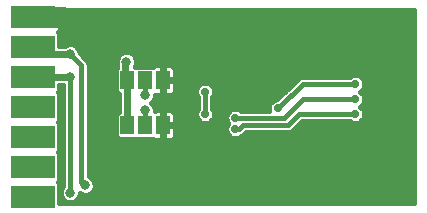
<source format=gbl>
G75*
%MOIN*%
%OFA0B0*%
%FSLAX25Y25*%
%IPPOS*%
%LPD*%
%AMOC8*
5,1,8,0,0,1.08239X$1,22.5*
%
%ADD10R,0.04600X0.06300*%
%ADD11R,0.15000X0.07600*%
%ADD12C,0.01600*%
%ADD13C,0.03175*%
%ADD14C,0.01000*%
%ADD15C,0.07000*%
%ADD16C,0.02400*%
%ADD17C,0.02781*%
D10*
X0052000Y0030550D03*
X0058000Y0030550D03*
X0064000Y0030550D03*
X0064000Y0045550D03*
X0058000Y0045550D03*
X0052000Y0045550D03*
D11*
X0020500Y0006800D03*
X0020500Y0016800D03*
X0020500Y0026800D03*
X0020500Y0036800D03*
X0020500Y0046800D03*
X0020500Y0056800D03*
X0020500Y0066800D03*
D12*
X0021300Y0067339D02*
X0147700Y0067339D01*
X0147700Y0068937D02*
X0029800Y0068937D01*
X0029800Y0069000D02*
X0147700Y0069000D01*
X0147700Y0004600D01*
X0029400Y0004600D01*
X0029400Y0011180D01*
X0028780Y0011800D01*
X0029400Y0012420D01*
X0029400Y0021180D01*
X0028780Y0021800D01*
X0029400Y0022420D01*
X0029400Y0031180D01*
X0028780Y0031800D01*
X0029400Y0032420D01*
X0029400Y0041180D01*
X0028780Y0041800D01*
X0029400Y0042420D01*
X0029400Y0044000D01*
X0030600Y0044000D01*
X0030600Y0010158D01*
X0030298Y0009856D01*
X0029813Y0008684D01*
X0029813Y0007416D01*
X0030298Y0006244D01*
X0031194Y0005348D01*
X0032366Y0004863D01*
X0033634Y0004863D01*
X0034806Y0005348D01*
X0035702Y0006244D01*
X0036187Y0007416D01*
X0036187Y0007855D01*
X0036194Y0007848D01*
X0037366Y0007363D01*
X0038634Y0007363D01*
X0039806Y0007848D01*
X0040702Y0008744D01*
X0041187Y0009916D01*
X0041187Y0011184D01*
X0040702Y0012356D01*
X0039806Y0013252D01*
X0039150Y0013524D01*
X0039150Y0051027D01*
X0038785Y0051909D01*
X0038109Y0052585D01*
X0036187Y0054507D01*
X0036187Y0054934D01*
X0035702Y0056106D01*
X0034806Y0057002D01*
X0033634Y0057487D01*
X0032366Y0057487D01*
X0031431Y0057100D01*
X0029400Y0057100D01*
X0029400Y0061180D01*
X0029051Y0061529D01*
X0029105Y0061560D01*
X0029440Y0061895D01*
X0029677Y0062305D01*
X0029800Y0062763D01*
X0029800Y0066000D01*
X0021300Y0066000D01*
X0021300Y0067600D01*
X0029800Y0067600D01*
X0029800Y0069000D01*
X0029800Y0065740D02*
X0147700Y0065740D01*
X0147700Y0064142D02*
X0029800Y0064142D01*
X0029741Y0062543D02*
X0147700Y0062543D01*
X0147700Y0060945D02*
X0029400Y0060945D01*
X0029400Y0059346D02*
X0147700Y0059346D01*
X0147700Y0057748D02*
X0029400Y0057748D01*
X0035658Y0056149D02*
X0147700Y0056149D01*
X0147700Y0054551D02*
X0053438Y0054551D01*
X0053556Y0054502D02*
X0052384Y0054987D01*
X0051116Y0054987D01*
X0049944Y0054502D01*
X0049048Y0053606D01*
X0048563Y0052434D01*
X0048563Y0051992D01*
X0048546Y0051953D01*
X0048546Y0049526D01*
X0048300Y0049280D01*
X0048300Y0041820D01*
X0049120Y0041000D01*
X0049200Y0041000D01*
X0049200Y0035100D01*
X0049120Y0035100D01*
X0048300Y0034280D01*
X0048300Y0026820D01*
X0049120Y0026000D01*
X0054880Y0026000D01*
X0055000Y0026120D01*
X0055120Y0026000D01*
X0060554Y0026000D01*
X0060595Y0025960D01*
X0061005Y0025723D01*
X0061463Y0025600D01*
X0063650Y0025600D01*
X0063650Y0030200D01*
X0064350Y0030200D01*
X0064350Y0030900D01*
X0063650Y0030900D01*
X0063650Y0035500D01*
X0061463Y0035500D01*
X0061187Y0035426D01*
X0061187Y0036184D01*
X0060702Y0037356D01*
X0060008Y0038050D01*
X0060702Y0038744D01*
X0061187Y0039916D01*
X0061187Y0040674D01*
X0061463Y0040600D01*
X0063650Y0040600D01*
X0063650Y0045200D01*
X0064350Y0045200D01*
X0064350Y0045900D01*
X0063650Y0045900D01*
X0063650Y0050500D01*
X0061463Y0050500D01*
X0061005Y0050377D01*
X0060595Y0050140D01*
X0060554Y0050100D01*
X0055120Y0050100D01*
X0055000Y0049980D01*
X0054880Y0050100D01*
X0054496Y0050100D01*
X0054937Y0051166D01*
X0054937Y0052434D01*
X0054452Y0053606D01*
X0053556Y0054502D01*
X0054723Y0052952D02*
X0147700Y0052952D01*
X0147700Y0051354D02*
X0054937Y0051354D01*
X0048777Y0052952D02*
X0037742Y0052952D01*
X0039015Y0051354D02*
X0048546Y0051354D01*
X0048546Y0049755D02*
X0039150Y0049755D01*
X0036750Y0050550D02*
X0036750Y0011800D01*
X0038000Y0010550D01*
X0041102Y0011391D02*
X0147700Y0011391D01*
X0147700Y0009793D02*
X0041136Y0009793D01*
X0040152Y0008194D02*
X0147700Y0008194D01*
X0147700Y0006596D02*
X0035848Y0006596D01*
X0033959Y0004997D02*
X0147700Y0004997D01*
X0147700Y0012990D02*
X0040068Y0012990D01*
X0039150Y0014588D02*
X0147700Y0014588D01*
X0147700Y0016187D02*
X0039150Y0016187D01*
X0039150Y0017785D02*
X0147700Y0017785D01*
X0147700Y0019384D02*
X0039150Y0019384D01*
X0039150Y0020982D02*
X0147700Y0020982D01*
X0147700Y0022581D02*
X0039150Y0022581D01*
X0039150Y0024179D02*
X0147700Y0024179D01*
X0147700Y0025778D02*
X0067090Y0025778D01*
X0066995Y0025723D02*
X0067405Y0025960D01*
X0067740Y0026295D01*
X0067977Y0026705D01*
X0068100Y0027163D01*
X0068100Y0030200D01*
X0064350Y0030200D01*
X0064350Y0025600D01*
X0066537Y0025600D01*
X0066995Y0025723D01*
X0064350Y0025778D02*
X0063650Y0025778D01*
X0063650Y0027376D02*
X0064350Y0027376D01*
X0064350Y0028975D02*
X0063650Y0028975D01*
X0064350Y0030573D02*
X0085290Y0030573D01*
X0085465Y0030994D02*
X0085009Y0029895D01*
X0085009Y0028705D01*
X0085465Y0027606D01*
X0086306Y0026765D01*
X0087405Y0026309D01*
X0088595Y0026309D01*
X0089694Y0026765D01*
X0089901Y0026972D01*
X0090609Y0027265D01*
X0091494Y0028150D01*
X0105977Y0028150D01*
X0106859Y0028515D01*
X0110244Y0031900D01*
X0126171Y0031900D01*
X0126306Y0031765D01*
X0127405Y0031309D01*
X0128595Y0031309D01*
X0129694Y0031765D01*
X0130535Y0032606D01*
X0130991Y0033705D01*
X0130991Y0034895D01*
X0130535Y0035994D01*
X0129729Y0036800D01*
X0130535Y0037606D01*
X0130991Y0038705D01*
X0130991Y0039895D01*
X0130535Y0040994D01*
X0129729Y0041800D01*
X0130535Y0042606D01*
X0130991Y0043705D01*
X0130991Y0044895D01*
X0130535Y0045994D01*
X0129694Y0046835D01*
X0128595Y0047291D01*
X0127405Y0047291D01*
X0126306Y0046835D01*
X0126171Y0046700D01*
X0110023Y0046700D01*
X0109141Y0046335D01*
X0108465Y0045659D01*
X0102046Y0039241D01*
X0101555Y0039241D01*
X0100456Y0038785D01*
X0099615Y0037944D01*
X0099159Y0036845D01*
X0099159Y0035655D01*
X0099244Y0035450D01*
X0089829Y0035450D01*
X0089694Y0035585D01*
X0088595Y0036041D01*
X0087405Y0036041D01*
X0086306Y0035585D01*
X0085465Y0034744D01*
X0085009Y0033645D01*
X0085009Y0032455D01*
X0085465Y0031356D01*
X0085646Y0031175D01*
X0085465Y0030994D01*
X0085127Y0032172D02*
X0080101Y0032172D01*
X0079694Y0031765D02*
X0080535Y0032606D01*
X0080991Y0033705D01*
X0080991Y0034895D01*
X0080535Y0035994D01*
X0080400Y0036129D01*
X0080400Y0039971D01*
X0080535Y0040106D01*
X0080991Y0041205D01*
X0080991Y0042395D01*
X0080535Y0043494D01*
X0079694Y0044335D01*
X0078595Y0044791D01*
X0077405Y0044791D01*
X0076306Y0044335D01*
X0075465Y0043494D01*
X0075009Y0042395D01*
X0075009Y0041205D01*
X0075465Y0040106D01*
X0075600Y0039971D01*
X0075600Y0036129D01*
X0075465Y0035994D01*
X0075009Y0034895D01*
X0075009Y0033705D01*
X0075465Y0032606D01*
X0076306Y0031765D01*
X0077405Y0031309D01*
X0078595Y0031309D01*
X0079694Y0031765D01*
X0080991Y0033770D02*
X0085061Y0033770D01*
X0088000Y0033050D02*
X0104250Y0033050D01*
X0110500Y0039300D01*
X0128000Y0039300D01*
X0130879Y0040164D02*
X0147700Y0040164D01*
X0147700Y0038566D02*
X0130933Y0038566D01*
X0129897Y0036967D02*
X0147700Y0036967D01*
X0147700Y0035369D02*
X0130794Y0035369D01*
X0128000Y0034300D02*
X0109250Y0034300D01*
X0105500Y0030550D01*
X0090500Y0030550D01*
X0089250Y0029300D01*
X0088000Y0029300D01*
X0085695Y0027376D02*
X0068100Y0027376D01*
X0068100Y0028975D02*
X0085009Y0028975D01*
X0090720Y0027376D02*
X0147700Y0027376D01*
X0147700Y0028975D02*
X0107319Y0028975D01*
X0108917Y0030573D02*
X0147700Y0030573D01*
X0147700Y0032172D02*
X0130101Y0032172D01*
X0130991Y0033770D02*
X0147700Y0033770D01*
X0147700Y0041763D02*
X0129766Y0041763D01*
X0130848Y0043361D02*
X0147700Y0043361D01*
X0147700Y0044960D02*
X0130964Y0044960D01*
X0128000Y0044300D02*
X0110500Y0044300D01*
X0102750Y0036550D01*
X0102150Y0036250D01*
X0099210Y0036967D02*
X0080400Y0036967D01*
X0080400Y0038566D02*
X0100236Y0038566D01*
X0102970Y0040164D02*
X0080559Y0040164D01*
X0080991Y0041763D02*
X0104569Y0041763D01*
X0106167Y0043361D02*
X0080590Y0043361D01*
X0078000Y0041800D02*
X0078000Y0034300D01*
X0075206Y0035369D02*
X0067010Y0035369D01*
X0066995Y0035377D02*
X0066537Y0035500D01*
X0064350Y0035500D01*
X0064350Y0030900D01*
X0068100Y0030900D01*
X0068100Y0033937D01*
X0067977Y0034395D01*
X0067740Y0034805D01*
X0067405Y0035140D01*
X0066995Y0035377D01*
X0064350Y0035369D02*
X0063650Y0035369D01*
X0060863Y0036967D02*
X0075600Y0036967D01*
X0075600Y0038566D02*
X0060523Y0038566D01*
X0061187Y0040164D02*
X0075441Y0040164D01*
X0075009Y0041763D02*
X0067993Y0041763D01*
X0067977Y0041705D02*
X0068100Y0042163D01*
X0068100Y0045200D01*
X0064350Y0045200D01*
X0064350Y0040600D01*
X0066537Y0040600D01*
X0066995Y0040723D01*
X0067405Y0040960D01*
X0067740Y0041295D01*
X0067977Y0041705D01*
X0068100Y0043361D02*
X0075410Y0043361D01*
X0068100Y0044960D02*
X0107766Y0044960D01*
X0109681Y0046558D02*
X0068100Y0046558D01*
X0068100Y0045900D02*
X0068100Y0048937D01*
X0067977Y0049395D01*
X0067740Y0049805D01*
X0067405Y0050140D01*
X0066995Y0050377D01*
X0066537Y0050500D01*
X0064350Y0050500D01*
X0064350Y0045900D01*
X0068100Y0045900D01*
X0064350Y0046558D02*
X0063650Y0046558D01*
X0063650Y0044960D02*
X0064350Y0044960D01*
X0064350Y0043361D02*
X0063650Y0043361D01*
X0063650Y0041763D02*
X0064350Y0041763D01*
X0058000Y0040550D02*
X0058000Y0045550D01*
X0063650Y0048157D02*
X0064350Y0048157D01*
X0064350Y0049755D02*
X0063650Y0049755D01*
X0067769Y0049755D02*
X0147700Y0049755D01*
X0147700Y0048157D02*
X0068100Y0048157D01*
X0050062Y0054551D02*
X0036187Y0054551D01*
X0033000Y0054300D02*
X0036750Y0050550D01*
X0039150Y0048157D02*
X0048300Y0048157D01*
X0048300Y0046558D02*
X0039150Y0046558D01*
X0039150Y0044960D02*
X0048300Y0044960D01*
X0048300Y0043361D02*
X0039150Y0043361D01*
X0039150Y0041763D02*
X0048357Y0041763D01*
X0049200Y0040164D02*
X0039150Y0040164D01*
X0039150Y0038566D02*
X0049200Y0038566D01*
X0049200Y0036967D02*
X0039150Y0036967D01*
X0039150Y0035369D02*
X0049200Y0035369D01*
X0048300Y0033770D02*
X0039150Y0033770D01*
X0039150Y0032172D02*
X0048300Y0032172D01*
X0048300Y0030573D02*
X0039150Y0030573D01*
X0039150Y0028975D02*
X0048300Y0028975D01*
X0048300Y0027376D02*
X0039150Y0027376D01*
X0039150Y0025778D02*
X0060910Y0025778D01*
X0058000Y0030550D02*
X0058000Y0035550D01*
X0063650Y0033770D02*
X0064350Y0033770D01*
X0064350Y0032172D02*
X0063650Y0032172D01*
X0068100Y0032172D02*
X0075899Y0032172D01*
X0075009Y0033770D02*
X0068100Y0033770D01*
X0080794Y0035369D02*
X0086089Y0035369D01*
X0129971Y0046558D02*
X0147700Y0046558D01*
X0033000Y0046800D02*
X0033000Y0008050D01*
X0029813Y0008194D02*
X0029400Y0008194D01*
X0029400Y0009793D02*
X0030272Y0009793D01*
X0030600Y0011391D02*
X0029189Y0011391D01*
X0029400Y0012990D02*
X0030600Y0012990D01*
X0030600Y0014588D02*
X0029400Y0014588D01*
X0029400Y0016187D02*
X0030600Y0016187D01*
X0030600Y0017785D02*
X0029400Y0017785D01*
X0029400Y0019384D02*
X0030600Y0019384D01*
X0030600Y0020982D02*
X0029400Y0020982D01*
X0029400Y0022581D02*
X0030600Y0022581D01*
X0030600Y0024179D02*
X0029400Y0024179D01*
X0029400Y0025778D02*
X0030600Y0025778D01*
X0030600Y0027376D02*
X0029400Y0027376D01*
X0029400Y0028975D02*
X0030600Y0028975D01*
X0030600Y0030573D02*
X0029400Y0030573D01*
X0029152Y0032172D02*
X0030600Y0032172D01*
X0030600Y0033770D02*
X0029400Y0033770D01*
X0029400Y0035369D02*
X0030600Y0035369D01*
X0030600Y0036967D02*
X0029400Y0036967D01*
X0029400Y0038566D02*
X0030600Y0038566D01*
X0030600Y0040164D02*
X0029400Y0040164D01*
X0028817Y0041763D02*
X0030600Y0041763D01*
X0030600Y0043361D02*
X0029400Y0043361D01*
X0029400Y0006596D02*
X0030152Y0006596D01*
X0029400Y0004997D02*
X0032041Y0004997D01*
D13*
X0033000Y0008050D03*
X0038000Y0010550D03*
X0040500Y0020550D03*
X0058000Y0035550D03*
X0058000Y0040550D03*
X0076750Y0049300D03*
X0076750Y0053050D03*
X0076750Y0056800D03*
X0070500Y0065550D03*
X0051750Y0051800D03*
X0033000Y0054300D03*
X0033000Y0046800D03*
X0093000Y0046800D03*
X0096750Y0046800D03*
X0105500Y0053050D03*
X0125500Y0053050D03*
X0143000Y0056800D03*
X0143000Y0048050D03*
X0143000Y0040550D03*
X0143000Y0033050D03*
X0143000Y0025550D03*
D14*
X0125500Y0051800D02*
X0125500Y0053050D01*
D15*
X0034250Y0063050D02*
X0030500Y0066800D01*
X0020500Y0066800D01*
D16*
X0020500Y0056800D02*
X0023000Y0054300D01*
X0033000Y0054300D01*
X0033000Y0046800D02*
X0020500Y0046800D01*
X0023000Y0044300D01*
X0051346Y0046800D02*
X0052000Y0046146D01*
X0052000Y0045550D01*
X0052000Y0030550D01*
X0051346Y0046800D02*
X0051346Y0051396D01*
X0051750Y0051800D01*
D17*
X0078000Y0041800D03*
X0078000Y0034300D03*
X0088000Y0033050D03*
X0088000Y0029300D03*
X0102150Y0036250D03*
X0128000Y0034300D03*
X0128000Y0039300D03*
X0128000Y0044300D03*
M02*

</source>
